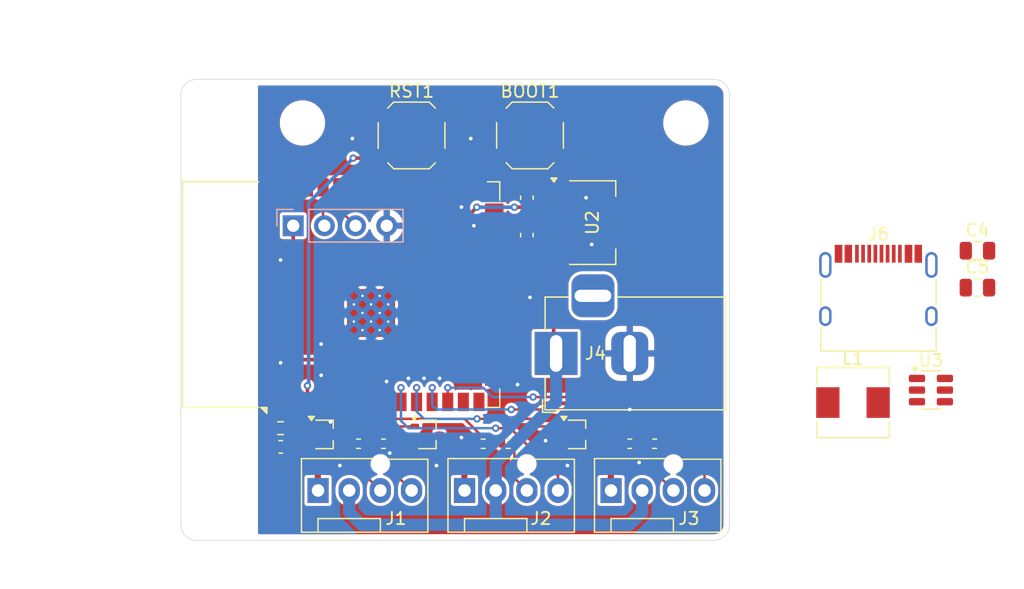
<source format=kicad_pcb>
(kicad_pcb (version 20240108) (generator "pcbnew") (generator_version "8.0")
  (layers (0 "F.Cu" signal) (31 "B.Cu" signal) (34 "B.Paste" user) (35 "F.Paste" user) (36 "B.SilkS" user "B.Silkscreen") (37 "F.SilkS" user "F.Silkscreen") (38 "B.Mask" user) (39 "F.Mask" user) (44 "Edge.Cuts" user))
  (net 0 "")
  (net 1 "fan1_PWM")
  (net 2 "GND")
  (net 3 "fan1_tach")
  (net 4 "fan2_PWM")
  (net 5 "fan2_tach")
  (net 6 "fan3_tach")
  (net 7 "fan3_PWM")
  (net 17 "Net-(U1-EN)")
  (net 18 "TX")
  (net 22 "Net-(U1-IO0)")
  (net 31 "fan3_tach_scaled")
  (net 32 "RX")
  (net 33 "+3V3")
  (net 34 "+12V")
  (net 35 "Net-(J1-Pin_1)")
  (net 36 "Net-(J2-Pin_1)")
  (net 37 "Net-(J3-Pin_1)")
  (net 38 "fan1_CTRL")
  (net 39 "fan2_CTRL")
  (net 40 "fan3_CTRL")
  (net 42 "fan2_tach_scaled")
  (net 43 "fan1_tach_scaled")
  (net 47 "+5V")
  (net 51 "Net-(J6-VBUS-PadA4)")
  (net 53 "Net-(J6-GND-PadA1)")
  (net 59 "Net-(D1-A)")
  (net 61 "Net-(U3-FB)")
  (footprint "MountingHole:MountingHole_3.2mm_M3" (layer "F.Cu") (at 152.145999 78.485999)
    (property "Reference" "REF**" (hide yes))
    (property "Value" "MountingHole_3.2mm_M3" (hide yes))
    (pad "" np_thru_hole circle (at 0 0) (size 3.2 3.2) (drill 3.2) (layers "F&B.Cu" "*.Mask"))
  )
  (footprint "Package_TO_SOT_SMD:SOT-323_SC-70" (layer "F.Cu") (at 143.256 103.886)
    (property "Reference" "Q3" (hide yes))
    (property "Value" "Q_NMOS_GSD" (hide yes))
    (fp_line (start -0.68 -1.16) (end 0.73 -1.16) (stroke (width 0.12)) (layer "F.SilkS"))
    (fp_line (start -0.68 1.16) (end 0.73 1.16) (stroke (width 0.12)) (layer "F.SilkS"))
    (fp_line (start 0.73 -1.16) (end 0.73 -0.5) (stroke (width 0.12)) (layer "F.SilkS"))
    (fp_line (start 0.73 0.5) (end 0.73 1.16) (stroke (width 0.12)) (layer "F.SilkS"))
    (fp_poly (pts (xy -1.05 -1.14) (xy -1.29 -1.47) (xy -0.81 -1.47) (xy -1.05 -1.14)) (stroke (width 0.12)) (fill solid) (layer "F.SilkS"))
    (pad "1" smd roundrect (at -1 -0.65 270) (size 0.45 0.7) (layers "F.Cu" "F.Paste" "F.Mask") (net 40 "fan3_CTRL"))
    (pad "2" smd roundrect (at -1 0.65 270) (size 0.45 0.7) (layers "F.Cu" "F.Paste" "F.Mask") (net 2 "GND"))
    (pad "3" smd roundrect (at 1 0 270) (size 0.45 0.7) (layers "F.Cu" "F.Paste" "F.Mask") (net 37 "Net-(J3-Pin_1)"))
  )
  (footprint "Package_TO_SOT_SMD:SOT-223-3_TabPin2" (layer "F.Cu") (at 144.525999 86.613999)
    (property "Reference" "U2" (at 0 0 90) (layer "F.SilkS"))
    (property "Value" "AMS1117-3.3")
    (fp_line (start -1.85 -3.41) (end 1.91 -3.41) (stroke (width 0.12)) (layer "F.SilkS"))
    (fp_line (start -1.85 3.41) (end 1.91 3.41) (stroke (width 0.12)) (layer "F.SilkS"))
    (fp_line (start 1.91 -3.41) (end 1.91 -2.15) (stroke (width 0.12)) (layer "F.SilkS"))
    (fp_line (start 1.91 3.41) (end 1.91 2.15) (stroke (width 0.12)) (layer "F.SilkS"))
    (fp_poly (pts (xy -3.13 -3.31) (xy -3.37 -3.64) (xy -2.89 -3.64) (xy -3.13 -3.31)) (stroke (width 0.12)) (fill solid) (layer "F.SilkS"))
    (pad "1" smd roundrect (at -3.15 -2.3) (size 2 1.5) (layers "F.Cu" "F.Paste" "F.Mask") (net 2 "GND"))
    (pad "2" smd roundrect (at -3.15 0) (size 2 1.5) (layers "F.Cu" "F.Paste" "F.Mask") (net 33 "+3V3"))
    (pad "2" smd roundrect (at 3.15 0) (size 2 3.8) (layers "F.Cu" "F.Paste" "F.Mask") (net 33 "+3V3"))
    (pad "3" smd roundrect (at -3.15 2.3) (size 2 1.5) (layers "F.Cu" "F.Paste" "F.Mask") (net 34 "+12V"))
  )
  (footprint "Resistor_SMD:R_0402_1005Metric" (layer "F.Cu") (at 137.668 104.648)
    (property "Reference" "R2" (hide yes))
    (property "Value" "10k")
    (fp_line (start -0.153641 -0.38) (end 0.153641 -0.38) (stroke (width 0.12)) (layer "F.SilkS"))
    (fp_line (start -0.153641 0.38) (end 0.153641 0.38) (stroke (width 0.12)) (layer "F.SilkS"))
    (pad "1" smd roundrect (at -0.51 0) (size 0.54 0.64) (layers "F.Cu" "F.Paste" "F.Mask") (net 42 "fan2_tach_scaled"))
    (pad "2" smd roundrect (at 0.51 0) (size 0.54 0.64) (layers "F.Cu" "F.Paste" "F.Mask") (net 5 "fan2_tach"))
  )
  (footprint "Connector:FanPinHeader_1x04_P2.54mm_Vertical" (layer "F.Cu") (at 134.111999 108.457999)
    (property "Reference" "J2" (at 6.223 2.286 0) (layer "F.SilkS"))
    (property "Value" "Conn_01x04_Pin")
    (fp_line (start -1.35 -2.6) (end 4.4 -2.6) (stroke (width 0.12)) (layer "F.SilkS"))
    (fp_line (start -1.35 3.4) (end -1.35 -2.6) (stroke (width 0.12)) (layer "F.SilkS"))
    (fp_line (start 0 2.29) (end 5.08 2.29) (stroke (width 0.12)) (layer "F.SilkS"))
    (fp_line (start 0 3.3) (end 0 2.29) (stroke (width 0.12)) (layer "F.SilkS"))
    (fp_line (start 5.08 2.29) (end 5.08 3.3) (stroke (width 0.12)) (layer "F.SilkS"))
    (fp_line (start 5.75 -2.55) (end 8.95 -2.55) (stroke (width 0.12)) (layer "F.SilkS"))
    (fp_line (start 8.95 -2.55) (end 8.95 3.4) (stroke (width 0.12)) (layer "F.SilkS"))
    (fp_line (start 8.95 3.4) (end -1.35 3.4) (stroke (width 0.12)) (layer "F.SilkS"))
    (pad "" np_thru_hole circle (at 5.08 -2.16 90) (size 1.1 1.1) (drill 1.1) (layers "F&B.Cu" "*.Mask"))
    (pad "1" thru_hole rect (at 0 0 90) (size 2.03 1.73) (drill 1.02) (layers "*.Cu" "*.Mask") (net 36 "Net-(J2-Pin_1)"))
    (pad "2" thru_hole oval (at 2.54 0 90) (size 2.03 1.73) (drill 1.02) (layers "*.Cu" "*.Mask") (net 34 "+12V"))
    (pad "3" thru_hole oval (at 5.08 0 90) (size 2.03 1.73) (drill 1.02) (layers "*.Cu" "*.Mask") (net 5 "fan2_tach"))
    (pad "4" thru_hole oval (at 7.62 0 90) (size 2.03 1.73) (drill 1.02) (layers "*.Cu" "*.Mask") (net 4 "fan2_PWM"))
  )
  (footprint "Capacitor_SMD:C_0603_1608Metric" (layer "F.Cu") (at 139.191999 84.581999 90)
    (property "Reference" "C2" (hide yes))
    (property "Value" "10u")
    (fp_line (start -0.14058 -0.51) (end 0.14058 -0.51) (stroke (width 0.12)) (layer "F.SilkS"))
    (fp_line (start -0.14058 0.51) (end 0.14058 0.51) (stroke (width 0.12)) (layer "F.SilkS"))
    (pad "1" smd roundrect (at -0.775 0 90) (size 0.9 0.95) (layers "F.Cu" "F.Paste" "F.Mask") (net 33 "+3V3"))
    (pad "2" smd roundrect (at 0.775 0 90) (size 0.9 0.95) (layers "F.Cu" "F.Paste" "F.Mask") (net 2 "GND"))
  )
  (footprint "Connector_USB:USB_C_Receptacle_HRO_TYPE-C-31-M-12" (layer "F.Cu") (at 167.8359 93.194)
    (property "Reference" "J6" (at 0 -5.645 0) (layer "F.SilkS"))
    (property "Value" "USB_C_Receptacle_USB2.0_16P")
    (fp_line (start -4.7 -1.9) (end -4.7 0.1) (stroke (width 0.12)) (layer "F.SilkS"))
    (fp_line (start -4.7 2) (end -4.7 3.9) (stroke (width 0.12)) (layer "F.SilkS"))
    (fp_line (start -4.7 3.9) (end 4.7 3.9) (stroke (width 0.12)) (layer "F.SilkS"))
    (fp_line (start 4.7 -1.9) (end 4.7 0.1) (stroke (width 0.12)) (layer "F.SilkS"))
    (fp_line (start 4.7 2) (end 4.7 3.9) (stroke (width 0.12)) (layer "F.SilkS"))
    (pad "" np_thru_hole circle (at -2.89 -2.6) (size 0.65 0.65) (drill 0.65) (layers "*.Cu" "*.Mask"))
    (pad "" np_thru_hole circle (at 2.89 -2.6) (size 0.65 0.65) (drill 0.65) (layers "*.Cu" "*.Mask"))
    (pad "A1" smd rect (at -3.25 -4.045) (size 0.6 1.45) (layers "F.Cu" "F.Paste" "F.Mask") (net 53 "Net-(J6-GND-PadA1)"))
    (pad "A4" smd rect (at -2.45 -4.045) (size 0.6 1.45) (layers "F.Cu" "F.Paste" "F.Mask") (net 51 "Net-(J6-VBUS-PadA4)"))
    (pad "A5" smd rect (at -1.25 -4.045) (size 0.3 1.45) (layers "F.Cu" "F.Paste" "F.Mask"))
    (pad "A6" smd rect (at -0.25 -4.045) (size 0.3 1.45) (layers "F.Cu" "F.Paste" "F.Mask"))
    (pad "A7" smd rect (at 0.25 -4.045) (size 0.3 1.45) (layers "F.Cu" "F.Paste" "F.Mask"))
    (pad "A8" smd rect (at 1.25 -4.045) (size 0.3 1.45) (layers "F.Cu" "F.Paste" "F.Mask"))
    (pad "A9" smd rect (at 2.45 -4.045) (size 0.6 1.45) (layers "F.Cu" "F.Paste" "F.Mask") (net 51 "Net-(J6-VBUS-PadA4)"))
    (pad "A12" smd rect (at 3.25 -4.045) (size 0.6 1.45) (layers "F.Cu" "F.Paste" "F.Mask") (net 53 "Net-(J6-GND-PadA1)"))
    (pad "B1" smd rect (at 3.25 -4.045) (size 0.6 1.45) (layers "F.Cu" "F.Paste" "F.Mask") (net 53 "Net-(J6-GND-PadA1)"))
    (pad "B4" smd rect (at 2.45 -4.045) (size 0.6 1.45) (layers "F.Cu" "F.Paste" "F.Mask") (net 51 "Net-(J6-VBUS-PadA4)"))
    (pad "B5" smd rect (at 1.75 -4.045) (size 0.3 1.45) (layers "F.Cu" "F.Paste" "F.Mask"))
    (pad "B6" smd rect (at 0.75 -4.045) (size 0.3 1.45) (layers "F.Cu" "F.Paste" "F.Mask"))
    (pad "B7" smd rect (at -0.75 -4.045) (size 0.3 1.45) (layers "F.Cu" "F.Paste" "F.Mask"))
    (pad "B8" smd rect (at -1.75 -4.045) (size 0.3 1.45) (layers "F.Cu" "F.Paste" "F.Mask"))
    (pad "B9" smd rect (at -2.45 -4.045) (size 0.6 1.45) (layers "F.Cu" "F.Paste" "F.Mask") (net 51 "Net-(J6-VBUS-PadA4)"))
    (pad "B12" smd rect (at -3.25 -4.045) (size 0.6 1.45) (layers "F.Cu" "F.Paste" "F.Mask") (net 53 "Net-(J6-GND-PadA1)"))
    (pad "S1" thru_hole oval (at -4.32 -3.13) (size 1 2.1) (drill oval 0.6 1.7) (layers "*.Cu" "*.Mask"))
    (pad "S1" thru_hole oval (at -4.32 1.05) (size 1 1.6) (drill oval 0.6 1.2) (layers "*.Cu" "*.Mask"))
    (pad "S1" thru_hole oval (at 4.32 -3.13) (size 1 2.1) (drill oval 0.6 1.7) (layers "*.Cu" "*.Mask"))
    (pad "S1" thru_hole oval (at 4.32 1.05) (size 1 1.6) (drill oval 0.6 1.2) (layers "*.Cu" "*.Mask"))
  )
  (footprint "Resistor_SMD:R_0402_1005Metric" (layer "F.Cu") (at 135.636 104.648)
    (property "Reference" "R3" (hide yes))
    (property "Value" "3k3")
    (fp_line (start -0.153641 -0.38) (end 0.153641 -0.38) (stroke (width 0.12)) (layer "F.SilkS"))
    (fp_line (start -0.153641 0.38) (end 0.153641 0.38) (stroke (width 0.12)) (layer "F.SilkS"))
    (pad "1" smd roundrect (at -0.51 0) (size 0.54 0.64) (layers "F.Cu" "F.Paste" "F.Mask") (net 2 "GND"))
    (pad "2" smd roundrect (at 0.51 0) (size 0.54 0.64) (layers "F.Cu" "F.Paste" "F.Mask") (net 42 "fan2_tach_scaled"))
  )
  (footprint "Inductor_SMD:L_Chilisin_BMRB00050518-B" (layer "F.Cu") (at 165.7659 101.289)
    (property "Reference" "L1" (at 0 -3.6 0) (layer "F.SilkS"))
    (property "Value" "L")
    (fp_line (start -2.96 -2.86) (end -2.96 -1.51) (stroke (width 0.12)) (layer "F.SilkS"))
    (fp_line (start -2.96 -2.86) (end 2.96 -2.86) (stroke (width 0.12)) (layer "F.SilkS"))
    (fp_line (start -2.96 2.86) (end -2.96 1.51) (stroke (width 0.12)) (layer "F.SilkS"))
    (fp_line (start -2.96 2.86) (end 2.96 2.86) (stroke (width 0.12)) (layer "F.SilkS"))
    (fp_line (start 2.96 -2.86) (end 2.96 -1.51) (stroke (width 0.12)) (layer "F.SilkS"))
    (fp_line (start 2.96 2.86) (end 2.96 1.51) (stroke (width 0.12)) (layer "F.SilkS"))
    (pad "1" smd rect (at -2.05 0) (size 1.9 2.5) (layers "F.Cu" "F.Paste" "F.Mask") (net 47 "+5V"))
    (pad "2" smd rect (at 2.05 0) (size 1.9 2.5) (layers "F.Cu" "F.Paste" "F.Mask") (net 59 "Net-(D1-A)"))
  )
  (footprint "Connector:FanPinHeader_1x04_P2.54mm_Vertical" (layer "F.Cu") (at 146.049999 108.457999)
    (property "Reference" "J3" (at 6.35 2.286 0) (layer "F.SilkS"))
    (property "Value" "Conn_01x04_Pin")
    (fp_line (start -1.35 -2.6) (end 4.4 -2.6) (stroke (width 0.12)) (layer "F.SilkS"))
    (fp_line (start -1.35 3.4) (end -1.35 -2.6) (stroke (width 0.12)) (layer "F.SilkS"))
    (fp_line (start 0 2.29) (end 5.08 2.29) (stroke (width 0.12)) (layer "F.SilkS"))
    (fp_line (start 0 3.3) (end 0 2.29) (stroke (width 0.12)) (layer "F.SilkS"))
    (fp_line (start 5.08 2.29) (end 5.08 3.3) (stroke (width 0.12)) (layer "F.SilkS"))
    (fp_line (start 5.75 -2.55) (end 8.95 -2.55) (stroke (width 0.12)) (layer "F.SilkS"))
    (fp_line (start 8.95 -2.55) (end 8.95 3.4) (stroke (width 0.12)) (layer "F.SilkS"))
    (fp_line (start 8.95 3.4) (end -1.35 3.4) (stroke (width 0.12)) (layer "F.SilkS"))
    (pad "" np_thru_hole circle (at 5.08 -2.16 90) (size 1.1 1.1) (drill 1.1) (layers "F&B.Cu" "*.Mask"))
    (pad "1" thru_hole rect (at 0 0 90) (size 2.03 1.73) (drill 1.02) (layers "*.Cu" "*.Mask") (net 37 "Net-(J3-Pin_1)"))
    (pad "2" thru_hole oval (at 2.54 0 90) (size 2.03 1.73) (drill 1.02) (layers "*.Cu" "*.Mask") (net 34 "+12V"))
    (pad "3" thru_hole oval (at 5.08 0 90) (size 2.03 1.73) (drill 1.02) (layers "*.Cu" "*.Mask") (net 6 "fan3_tach"))
    (pad "4" thru_hole oval (at 7.62 0 90) (size 2.03 1.73) (drill 1.02) (layers "*.Cu" "*.Mask") (net 7 "fan3_PWM"))
  )
  (footprint "Resistor_SMD:R_0402_1005Metric" (layer "F.Cu") (at 147.574 104.648)
    (property "Reference" "R7" (hide yes))
    (property "Value" "3k3")
    (fp_line (start -0.153641 -0.38) (end 0.153641 -0.38) (stroke (width 0.12)) (layer "F.SilkS"))
    (fp_line (start -0.153641 0.38) (end 0.153641 0.38) (stroke (width 0.12)) (layer "F.SilkS"))
    (pad "1" smd roundrect (at -0.51 0) (size 0.54 0.64) (layers "F.Cu" "F.Paste" "F.Mask") (net 2 "GND"))
    (pad "2" smd roundrect (at 0.51 0) (size 0.54 0.64) (layers "F.Cu" "F.Paste" "F.Mask") (net 31 "fan3_tach_scaled"))
  )
  (footprint "Resistor_SMD:R_0402_1005Metric" (layer "F.Cu") (at 149.606 104.648)
    (property "Reference" "R6" (hide yes))
    (property "Value" "10k")
    (fp_line (start -0.153641 -0.38) (end 0.153641 -0.38) (stroke (width 0.12)) (layer "F.SilkS"))
    (fp_line (start -0.153641 0.38) (end 0.153641 0.38) (stroke (width 0.12)) (layer "F.SilkS"))
    (pad "1" smd roundrect (at -0.51 0) (size 0.54 0.64) (layers "F.Cu" "F.Paste" "F.Mask") (net 31 "fan3_tach_scaled"))
    (pad "2" smd roundrect (at 0.51 0) (size 0.54 0.64) (layers "F.Cu" "F.Paste" "F.Mask") (net 6 "fan3_tach"))
  )
  (footprint "Package_TO_SOT_SMD:SOT-23-6" (layer "F.Cu") (at 172.1159 100.269)
    (property "Reference" "U3" (at 0 -2.4 0) (layer "F.SilkS"))
    (property "Value" "MT3608")
    (fp_line (start 0 -1.56) (end -0.8 -1.56) (stroke (width 0.12)) (layer "F.SilkS"))
    (fp_line (start 0 -1.56) (end 0.8 -1.56) (stroke (width 0.12)) (layer "F.SilkS"))
    (fp_line (start 0 1.56) (end -0.8 1.56) (stroke (width 0.12)) (layer "F.SilkS"))
    (fp_line (start 0 1.56) (end 0.8 1.56) (stroke (width 0.12)) (layer "F.SilkS"))
    (fp_poly (pts (xy -1.3 -1.51) (xy -1.54 -1.84) (xy -1.06 -1.84) (xy -1.3 -1.51)) (stroke (width 0.12)) (fill solid) (layer "F.SilkS"))
    (pad "1" smd roundrect (at -1.1375 -0.95) (size 1.325 0.6) (layers "F.Cu" "F.Paste" "F.Mask") (net 59 "Net-(D1-A)"))
    (pad "2" smd roundrect (at -1.1375 0) (size 1.325 0.6) (layers "F.Cu" "F.Paste" "F.Mask") (net 2 "GND"))
    (pad "3" smd roundrect (at -1.1375 0.95) (size 1.325 0.6) (layers "F.Cu" "F.Paste" "F.Mask") (net 61 "Net-(U3-FB)"))
    (pad "4" smd roundrect (at 1.1375 0.95) (size 1.325 0.6) (layers "F.Cu" "F.Paste" "F.Mask") (net 47 "+5V"))
    (pad "5" smd roundrect (at 1.1375 0) (size 1.325 0.6) (layers "F.Cu" "F.Paste" "F.Mask") (net 47 "+5V"))
    (pad "6" smd roundrect (at 1.1375 -0.95) (size 1.325 0.6) (layers "F.Cu" "F.Paste" "F.Mask"))
  )
  (footprint "RF_Module:ESP32-S3-WROOM-1" (layer "F.Cu") (at 124.034999 92.482999 90)
    (property "Reference" "U1" (hide yes))
    (property "Value" "ESP32-S3-WROOM-1")
    (fp_line (start 9.2 -12.9) (end 9.2 -6.7) (stroke (width 0.12)) (layer "F.SilkS"))
    (fp_line (start -9.2 -12.9) (end 9.2 -12.9) (stroke (width 0.12)) (layer "F.SilkS"))
    (fp_line (start -9.2 -12.9) (end -9.2 -6.7) (stroke (width 0.12)) (layer "F.SilkS"))
    (fp_line (start -9.2 11.95) (end -9.2 12.95) (stroke (width 0.12)) (layer "F.SilkS"))
    (fp_line (start 9.2 12.95) (end 9.2 11.95) (stroke (width 0.12)) (layer "F.SilkS"))
    (fp_line (start 9.2 12.95) (end 7.7 12.95) (stroke (width 0.12)) (layer "F.SilkS"))
    (fp_line (start -9.2 12.95) (end -7.7 12.95) (stroke (width 0.12)) (layer "F.SilkS"))
    (fp_poly (pts (xy -9.2 -6.025) (xy -9.7 -6.025) (xy -9.2 -6.525) (xy -9.2 -6.025)) (stroke (width 0.12)) (fill solid) (layer "F.SilkS"))
    (pad "1" smd rect (at -8.75 -5.26 90) (size 1.5 0.9) (layers "F.Cu" "F.Paste" "F.Mask") (net 2 "GND"))
    (pad "2" smd rect (at -8.75 -3.99 90) (size 1.5 0.9) (layers "F.Cu" "F.Paste" "F.Mask") (net 33 "+3V3"))
    (pad "3" smd rect (at -8.75 -2.72 90) (size 1.5 0.9) (layers "F.Cu" "F.Paste" "F.Mask") (net 17 "Net-(U1-EN)"))
    (pad "4" smd rect (at -8.75 -1.45 90) (size 1.5 0.9) (layers "F.Cu" "F.Paste" "F.Mask") (net 38 "fan1_CTRL"))
    (pad "5" smd rect (at -8.75 -0.18 90) (size 1.5 0.9) (layers "F.Cu" "F.Paste" "F.Mask") (net 43 "fan1_tach_scaled"))
    (pad "6" smd rect (at -8.75 1.09 90) (size 1.5 0.9) (layers "F.Cu" "F.Paste" "F.Mask") (net 1 "fan1_PWM"))
    (pad "7" smd rect (at -8.75 2.36 90) (size 1.5 0.9) (layers "F.Cu" "F.Paste" "F.Mask") (net 39 "fan2_CTRL"))
    (pad "8" smd rect (at -8.75 3.63 90) (size 1.5 0.9) (layers "F.Cu" "F.Paste" "F.Mask") (net 42 "fan2_tach_scaled"))
    (pad "9" smd rect (at -8.75 4.9 90) (size 1.5 0.9) (layers "F.Cu" "F.Paste" "F.Mask") (net 4 "fan2_PWM"))
    (pad "10" smd rect (at -8.75 6.17 90) (size 1.5 0.9) (layers "F.Cu" "F.Paste" "F.Mask") (net 40 "fan3_CTRL"))
    (pad "11" smd rect (at -8.75 7.44 90) (size 1.5 0.9) (layers "F.Cu" "F.Paste" "F.Mask") (net 31 "fan3_tach_scaled"))
    (pad "12" smd rect (at -8.75 8.71 90) (size 1.5 0.9) (layers "F.Cu" "F.Paste" "F.Mask") (net 7 "fan3_PWM"))
    (pad "13" smd rect (at -8.75 9.98 90) (size 1.5 0.9) (layers "F.Cu" "F.Paste" "F.Mask"))
    (pad "14" smd rect (at -8.75 11.25 270) (size 1.5 0.9) (layers "F.Cu" "F.Paste" "F.Mask"))
    (pad "15" smd rect (at -6.985 12.5) (size 1.5 0.9) (layers "F.Cu" "F.Paste" "F.Mask"))
    (pad "16" smd rect (at -5.715 12.5) (size 1.5 0.9) (layers "F.Cu" "F.Paste" "F.Mask"))
    (pad "17" smd rect (at -4.445 12.5) (size 1.5 0.9) (layers "F.Cu" "F.Paste" "F.Mask"))
    (pad "18" smd rect (at -3.175 12.5) (size 1.5 0.9) (layers "F.Cu" "F.Paste" "F.Mask"))
    (pad "19" smd rect (at -1.905 12.5) (size 1.5 0.9) (layers "F.Cu" "F.Paste" "F.Mask"))
    (pad "20" smd rect (at -0.635 12.5) (size 1.5 0.9) (layers "F.Cu" "F.Paste" "F.Mask"))
    (pad "21" smd rect (at 0.635 12.5) (size 1.5 0.9) (layers "F.Cu" "F.Paste" "F.Mask"))
    (pad "22" smd rect (at 1.905 12.5) (size 1.5 0.9) (layers "F.Cu" "F.Paste" "F.Mask"))
    (pad "23" smd rect (at 3.175 12.5) (size 1.5 0.9) (layers "F.Cu" "F.Paste" "F.Mask"))
    (pad "24" smd rect (at 4.445 12.5) (size 1.5 0.9) (layers "F.Cu" "F.Paste" "F.Mask"))
    (pad "25" smd rect (at 5.715 12.5) (size 1.5 0.9) (layers "F.Cu" "F.Paste" "F.Mask"))
    (pad "26" smd rect (at 6.985 12.5) (size 1.5 0.9) (layers "F.Cu" "F.Paste" "F.Mask"))
    (pad "27" smd rect (at 8.75 11.25 90) (size 1.5 0.9) (layers "F.Cu" "F.Paste" "F.Mask") (net 22 "Net-(U1-IO0)"))
    (pad "28" smd rect (at 8.75 9.98 90) (size 1.5 0.9) (layers "F.Cu" "F.Paste" "F.Mask"))
    (pad "29" smd rect (at 8.75 8.71 90) (size 1.5 0.9) (layers "F.Cu" "F.Paste" "F.Mask"))
    (pad "30" smd rect (at 8.75 7.44 90) (size 1.5 0.9) (layers "F.Cu" "F.Paste" "F.Mask"))
    (pad "31" smd rect (at 8.75 6.17 90) (size 1.5 0.9) (layers "F.Cu" "F.Paste" "F.Mask"))
    (pad "32" smd rect (at 8.75 4.9 90) (size 1.5 0.9) (layers "F.Cu" "F.Paste" "F.Mask"))
    (pad "33" smd rect (at 8.75 3.63 90) (size 1.5 0.9) (layers "F.Cu" "F.Paste" "F.Mask"))
    (pad "34" smd rect (at 8.75 2.36 90) (size 1.5 0.9) (layers "F.Cu" "F.Paste" "F.Mask"))
    (pad "35" smd rect (at 8.75 1.09 90) (size 1.5 0.9) (layers "F.Cu" "F.Paste" "F.Mask"))
    (pad "36" smd rect (at 8.75 -0.18 90) (size 1.5 0.9) (layers "F.Cu" "F.Paste" "F.Mask") (net 32 "RX"))
    (pad "37" smd rect (at 8.75 -1.45 90) (size 1.5 0.9) (layers "F.Cu" "F.Paste" "F.Mask") (net 18 "TX"))
    (pad "38" smd rect (at 8.75 -2.72 90) (size 1.5 0.9) (layers "F.Cu" "F.Paste" "F.Mask"))
    (pad "39" smd rect (at 8.75 -3.99 90) (size 1.5 0.9) (layers "F.Cu" "F.Paste" "F.Mask"))
    (pad "40" smd rect (at 8.75 -5.26 90) (size 1.5 0.9) (layers "F.Cu" "F.Paste" "F.Mask") (net 2 "GND"))
    (pad "41" thru_hole circle (at -2.9 1.76 180) (size 0.6 0.6) (drill 0.2) (property pad_prop_heatsink) (layers "*.Cu" "F.Mask") (net 2 "GND"))
    (pad "41" thru_hole circle (at -2.9 3.16 90) (size 0.6 0.6) (drill 0.2) (property pad_prop_heatsink) (layers "*.Cu" "F.Mask") (net 2 "GND"))
    (pad "41" thru_hole circle (at -2.2 1.06 90) (size 0.6 0.6) (drill 0.2) (property pad_prop_heatsink) (layers "*.Cu" "F.Mask") (net 2 "GND"))
    (pad "41" thru_hole circle (at -2.2 2.46 90) (size 0.6 0.6) (drill 0.2) (property pad_prop_heatsink) (layers "*.Cu" "F.Mask") (net 2 "GND"))
    (pad "41" thru_hole circle (at -2.2 3.86 90) (size 0.6 0.6) (drill 0.2) (property pad_prop_heatsink) (layers "*.Cu" "F.Mask") (net 2 "GND"))
    (pad "41" thru_hole circle (at -1.5 1.76 90) (size 0.6 0.6) (drill 0.2) (property pad_prop_heatsink) (layers "*.Cu" "F.Mask") (net 2 "GND"))
    (pad "41" smd rect (at -1.5 2.46) (size 3.9 3.9) (layers "F.Cu" "F.Mask") (net 2 "GND"))
    (pad "41" thru_hole circle (at -1.5 3.16 90) (size 0.6 0.6) (drill 0.2) (property pad_prop_heatsink) (layers "*.Cu" "F.Mask") (net 2 "GND"))
    (pad "41" thru_hole circle (at -0.8 1.06 90) (size 0.6 0.6) (drill 0.2) (property pad_prop_heatsink) (layers "*.Cu" "F.Mask") (net 2 "GND"))
    (pad "41" thru_hole circle (at -0.8 2.46 90) (size 0.6 0.6) (drill 0.2) (property pad_prop_heatsink) (layers "*.Cu" "F.Mask") (net 2 "GND"))
    (pad "41" thru_hole circle (at -0.8 3.86 90) (size 0.6 0.6) (drill 0.2) (property pad_prop_heatsink) (layers "*.Cu" "F.Mask") (net 2 "GND"))
    (pad "41" thru_hole circle (at -0.1 1.76 90) (size 0.6 0.6) (drill 0.2) (property pad_prop_heatsink) (layers "*.Cu" "F.Mask") (net 2 "GND"))
    (pad "41" thru_hole circle (at -0.1 3.16 90) (size 0.6 0.6) (drill 0.2) (property pad_prop_heatsink) (layers "*.Cu" "F.Mask") (net 2 "GND"))
    (zone (net 0) (net_name "") (layers "F&B.Cu") (connect_pads (clearance 0)) (min_thickness 0.254)
      (keepout (tracks not_allowed) (vias not_allowed) (pads not_allowed) (copperpour not_allowed) (footprints not_allowed))
      (fill (thermal_gap 0.508) (thermal_bridge_width 0.508))
      (polygon (pts (xy 117.284999 116.482999) (xy 117.284999 68.482999) (xy 96.284999 68.482999) (xy 96.284999 116.482999)))
    )
  )
  (footprint "Capacitor_SMD:C_0805_2012Metric" (layer "F.Cu") (at 175.9059 91.914)
    (property "Reference" "C5" (at 0 -1.68 0) (layer "F.SilkS"))
    (property "Value" "22u")
    (fp_line (start -0.261252 -0.735) (end 0.261252 -0.735) (stroke (width 0.12)) (layer "F.SilkS"))
    (fp_line (start -0.261252 0.735) (end 0.261252 0.735) (stroke (width 0.12)) (layer "F.SilkS"))
    (pad "1" smd roundrect (at -0.95 0) (size 1 1.45) (layers "F.Cu" "F.Paste" "F.Mask") (net 34 "+12V"))
    (pad "2" smd roundrect (at 0.95 0) (size 1 1.45) (layers "F.Cu" "F.Paste" "F.Mask") (net 2 "GND"))
  )
  (footprint "MountingHole:MountingHole_3.2mm_M3" (layer "F.Cu") (at 120.903999 78.485999)
    (property "Reference" "REF**" (hide yes))
    (property "Value" "MountingHole_3.2mm_M3" (hide yes))
    (pad "" np_thru_hole circle (at 0 0) (size 3.2 3.2) (drill 3.2) (layers "F&B.Cu" "*.Mask"))
  )
  (footprint "Package_TO_SOT_SMD:SOT-323_SC-70" (layer "F.Cu") (at 131.064 103.886)
    (property "Reference" "Q2" (hide yes))
    (property "Value" "Q_NMOS_GSD" (hide yes))
    (fp_line (start -0.68 -1.16) (end 0.73 -1.16) (stroke (width 0.12)) (layer "F.SilkS"))
    (fp_line (start -0.68 1.16) (end 0.73 1.16) (stroke (width 0.12)) (layer "F.SilkS"))
    (fp_line (start 0.73 -1.16) (end 0.73 -0.5) (stroke (width 0.12)) (layer "F.SilkS"))
    (fp_line (start 0.73 0.5) (end 0.73 1.16) (stroke (width 0.12)) (layer "F.SilkS"))
    (fp_poly (pts (xy -1.05 -1.14) (xy -1.29 -1.47) (xy -0.81 -1.47) (xy -1.05 -1.14)) (stroke (width 0.12)) (fill solid) (layer "F.SilkS"))
    (pad "1" smd roundrect (at -1 -0.65 270) (size 0.45 0.7) (layers "F.Cu" "F.Paste" "F.Mask") (net 39 "fan2_CTRL"))
    (pad "2" smd roundrect (at -1 0.65 270) (size 0.45 0.7) (layers "F.Cu" "F.Paste" "F.Mask") (net 2 "GND"))
    (pad "3" smd roundrect (at 1 0 270) (size 0.45 0.7) (layers "F.Cu" "F.Paste" "F.Mask") (net 36 "Net-(J2-Pin_1)"))
  )
  (footprint "Capacitor_SMD:C_0603_1608Metric" (layer "F.Cu") (at 139.191999 87.629999 90)
    (property "Reference" "C1" (hide yes))
    (property "Value" "10u")
    (fp_line (start -0.14058 -0.51) (end 0.14058 -0.51) (stroke (width 0.12)) (layer "F.SilkS"))
    (fp_line (start -0.14058 0.51) (end 0.14058 0.51) (stroke (width 0.12)) (layer "F.SilkS"))
    (pad "1" smd roundrect (at -0.775 0 90) (size 0.9 0.95) (layers "F.Cu" "F.Paste" "F.Mask") (net 34 "+12V"))
    (pad "2" smd roundrect (at 0.775 0 90) (size 0.9 0.95) (layers "F.Cu" "F.Paste" "F.Mask") (net 2 "GND"))
  )
  (footprint "Resistor_SMD:R_0402_1005Metric" (layer "F.Cu") (at 127.508 104.648 180)
    (property "Reference" "R5" (hide yes))
    (property "Value" "3k3")
    (fp_line (start -0.153641 0.38) (end 0.153641 0.38) (stroke (width 0.12)) (layer "F.SilkS"))
    (fp_line (start -0.153641 -0.38) (end 0.153641 -0.38) (stroke (width 0.12)) (layer "F.SilkS"))
    (pad "1" smd roundrect (at -0.51 0 180) (size 0.54 0.64) (layers "F.Cu" "F.Paste" "F.Mask") (net 2 "GND"))
    (pad "2" smd roundrect (at 0.51 0 180) (size 0.54 0.64) (layers "F.Cu" "F.Paste" "F.Mask") (net 43 "fan1_tach_scaled"))
  )
  (footprint "Resistor_SMD:R_0402_1005Metric" (layer "F.Cu") (at 125.476 104.648 180)
    (property "Reference" "R4" (hide yes))
    (property "Value" "10k")
    (fp_line (start -0.153641 0.38) (end 0.153641 0.38) (stroke (width 0.12)) (layer "F.SilkS"))
    (fp_line (start -0.153641 -0.38) (end 0.153641 -0.38) (stroke (width 0.12)) (layer "F.SilkS"))
    (pad "1" smd roundrect (at -0.51 0 180) (size 0.54 0.64) (layers "F.Cu" "F.Paste" "F.Mask") (net 43 "fan1_tach_scaled"))
    (pad "2" smd roundrect (at 0.51 0 180) (size 0.54 0.64) (layers "F.Cu" "F.Paste" "F.Mask") (net 3 "fan1_tach"))
  )
  (footprint "Button_Switch_SMD:SW_SPST_SKQG_WithStem" (layer "F.Cu") (at 139.445999 79.501999)
    (property "Reference" "BOOT1" (at 0 -3.6 0) (layer "F.SilkS"))
    (property "Value" "SW_Push")
    (fp_line (start -2.72 1.04) (end -2.72 -1.04) (stroke (width 0.12)) (layer "F.SilkS"))
    (fp_line (start -1.45 -2.72) (end -1.94 -2.23) (stroke (width 0.12)) (layer "F.SilkS"))
    (fp_line (start -1.45 -2.72) (end 1.45 -2.72) (stroke (width 0.12)) (layer "F.SilkS"))
    (fp_line (start -1.45 2.72) (end -1.94 2.23) (stroke (width 0.12)) (layer "F.SilkS"))
    (fp_line (start -1.45 2.72) (end 1.45 2.72) (stroke (width 0.12)) (layer "F.SilkS"))
    (fp_line (start 1.45 -2.72) (end 1.94 -2.23) (stroke (width 0.12)) (layer "F.SilkS"))
    (fp_line (start 1.45 2.72) (end 1.94 2.23) (stroke (width 0.12)) (layer "F.SilkS"))
    (fp_line (start 2.72 1.04) (end 2.72 -1.04) (stroke (width 0.12)) (layer "F.SilkS"))
    (pad "1" smd rect (at -3.1 -1.85) (size 1.8 1.1) (layers "F.Cu" "F.Paste" "F.Mask") (net 2 "GND"))
    (pad "1" smd rect (at 3.1 -1.85) (size 1.8 1.1) (layers "F.Cu" "F.Paste" "F.Mask") (net 2 "GND"))
    (pad "2" smd rect (at -3.1 1.85) (size 1.8 1.1) (layers "F.Cu" "F.Paste" "F.Mask") (net 22 "Net-(U1-IO0)"))
    (pad "2" smd rect (at 3.1 1.85) (size 1.8 1.1) (layers "F.Cu" "F.Paste" "F.Mask") (net 22 "Net-(U1-IO0)"))
    (zone (net 0) (net_name "") (layer "F.Cu") (connect_pads (clearance 0)) (min_thickness 0.254)
      (keepout (tracks not_allowed) (vias not_allowed) (pads not_allowed) (copperpour not_allowed) (footprints not_allowed))
      (fill (thermal_gap 0.508) (thermal_bridge_width 0.508))
      (polygon (pts (xy 135.445999 78.201999) (xy 138.445999 78.201999) (xy 138.445999 80.801999) (xy 135.445999 80.801999)))
    )
    (zone (net 0) (net_name "") (layer "F.Cu") (connect_pads (clearance 0)) (min_thickness 0.254)
      (keepout (tracks not_allowed) (vias not_allowed) (pads not_allowed) (copperpour not_allowed) (footprints not_allowed))
      (fill (thermal_gap 0.508) (thermal_bridge_width 0.508))
      (polygon (pts (xy 140.445999 78.201999) (xy 143.445999 78.201999) (xy 143.445999 80.801999) (xy 140.445999 80.801999)))
    )
  )
  (footprint "Connector:FanPinHeader_1x04_P2.54mm_Vertical" (layer "F.Cu") (at 122.173999 108.457999)
    (property "Reference" "J1" (at 6.35 2.286 0) (layer "F.SilkS"))
    (property "Value" "Conn_01x04_Pin")
    (fp_line (start -1.35 -2.6) (end 4.4 -2.6) (stroke (width 0.12)) (layer "F.SilkS"))
    (fp_line (start -1.35 3.4) (end -1.35 -2.6) (stroke (width 0.12)) (layer "F.SilkS"))
    (fp_line (start 0 2.29) (end 5.08 2.29) (stroke (width 0.12)) (layer "F.SilkS"))
    (fp_line (start 0 3.3) (end 0 2.29) (stroke (width 0.12)) (layer "F.SilkS"))
    (fp_line (start 5.08 2.29) (end 5.08 3.3) (stroke (width 0.12)) (layer "F.SilkS"))
    (fp_line (start 5.75 -2.55) (end 8.95 -2.55) (stroke (width 0.12)) (layer "F.SilkS"))
    (fp_line (start 8.95 -2.55) (end 8.95 3.4) (stroke (width 0.12)) (layer "F.SilkS"))
    (fp_line (start 8.95 3.4) (end -1.35 3.4) (stroke (width 0.12)) (layer "F.SilkS"))
    (pad "" np_thru_hole circle (at 5.08 -2.16 90) (size 1.1 1.1) (drill 1.1) (layers "F&B.Cu" "*.Mask"))
    (pad "1" thru_hole rect (at 0 0 90) (size 2.03 1.73) (drill 1.02) (layers "*.Cu" "*.Mask") (net 35 "Net-(J1-Pin_1)"))
    (pad "2" thru_hole oval (at 2.54 0 90) (size 2.03 1.73) (drill 1.02) (layers "*.Cu" "*.Mask") (net 34 "+12V"))
    (pad "3" thru_hole oval (at 5.08 0 90) (size 2.03 1.73) (drill 1.02) (layers "*.Cu" "*.Mask") (net 3 "fan1_tach"))
    (pad "4" thru_hole oval (at 7.62 0 90) (size 2.03 1.73) (drill 1.02) (layers "*.Cu" "*.Mask") (net 1 "fan1_PWM"))
  )
  (footprint "Capacitor_SMD:C_0805_2012Metric" (layer "F.Cu") (at 175.9059 88.904)
    (property "Reference" "C4" (at 0 -1.68 0) (layer "F.SilkS"))
    (property "Value" "22u")
    (fp_line (start -0.261252 -0.735) (end 0.261252 -0.735) (stroke (width 0.12)) (layer "F.SilkS"))
    (fp_line (start -0.261252 0.735) (end 0.261252 0.735) (stroke (width 0.12)) (layer "F.SilkS"))
    (pad "1" smd roundrect (at -0.95 0) (size 1 1.45) (layers "F.Cu" "F.Paste" "F.Mask") (net 47 "+5V"))
    (pad "2" smd roundrect (at 0.95 0) (size 1 1.45) (layers "F.Cu" "F.Paste" "F.Mask") (net 2 "GND"))
  )
  (footprint "Connector_BarrelJack:BarrelJack_Horizontal" (layer "F.Cu") (at 141.573999 97.281999 180)
    (property "Reference" "J4" (at -3.206 0 0) (layer "F.SilkS"))
    (property "Value" "12v")
    (fp_line (start 1.1 -3.75) (end 1.1 -4.8) (stroke (width 0.12)) (layer "F.SilkS"))
    (fp_line (start 0.9 4.6) (end -1 4.6) (stroke (width 0.12)) (layer "F.SilkS"))
    (fp_line (start 0.9 1.9) (end 0.9 4.6) (stroke (width 0.12)) (layer "F.SilkS"))
    (fp_line (start 0.9 -4.6) (end 0.9 -2) (stroke (width 0.12)) (layer "F.SilkS"))
    (fp_line (start 0.05 -4.8) (end 1.1 -4.8) (stroke (width 0.12)) (layer "F.SilkS"))
    (fp_line (start -5 4.6) (end -13.8 4.6) (stroke (width 0.12)) (layer "F.SilkS"))
    (fp_line (start -13.8 4.6) (end -13.8 -4.6) (stroke (width 0.12)) (layer "F.SilkS"))
    (fp_line (start -13.8 -4.6) (end 0.9 -4.6) (stroke (width 0.12)) (layer "F.SilkS"))
    (pad "1" thru_hole rect (at 0 0 180) (size 3.5 3.5) (drill oval 1 3) (layers "*.Cu" "*.Mask") (net 34 "+12V"))
    (pad "2" thru_hole roundrect (at -6 0 180) (size 3 3.5) (drill oval 1 3) (layers "*.Cu" "*.Mask") (net 2 "GND"))
    (pad "3" thru_hole roundrect (at -3 4.7 180) (size 3.5 3.5) (drill oval 3 1) (layers "*.Cu" "*.Mask"))
  )
  (footprint "Package_TO_SOT_SMD:SOT-323_SC-70" (layer "F.Cu") (at 122.681999 103.885999)
    (property "Reference" "Q1" (hide yes))
    (property "Value" "Q_NMOS_GSD" (hide yes))
    (fp_line (start -0.68 -1.16) (end 0.73 -1.16) (stroke (width 0.12)) (layer "F.SilkS"))
    (fp_line (start -0.68 1.16) (end 0.73 1.16) (stroke (width 0.12)) (layer "F.SilkS"))
    (fp_line (start 0.73 -1.16) (end 0.73 -0.5) (stroke (width 0.12)) (layer "F.SilkS"))
    (fp_line (start 0.73 0.5) (end 0.73 1.16) (stroke (width 0.12)) (layer "F.SilkS"))
    (fp_poly (pts (xy -1.05 -1.14) (xy -1.29 -1.47) (xy -0.81 -1.47) (xy -1.05 -1.14)) (stroke (width 0.12)) (fill solid) (layer "F.SilkS"))
    (pad "1" smd roundrect (at -1 -0.65 270) (size 0.45 0.7) (layers "F.Cu" "F.Paste" "F.Mask") (net 38 "fan1_CTRL"))
    (pad "2" smd roundrect (at -1 0.65 270) (size 0.45 0.7) (layers "F.Cu" "F.Paste" "F.Mask") (net 2 "GND"))
    (pad "3" smd roundrect (at 1 0 270) (size 0.45 0.7) (layers "F.Cu" "F.Paste" "F.Mask") (net 35 "Net-(J1-Pin_1)"))
  )
  (footprint "Resistor_SMD:R_0603_1608Metric" (layer "F.Cu") (at 119.125999 103.377999 180)
    (property "Reference" "R1" (hide yes))
    (property "Value" "10k")
    (fp_line (start -0.237258 0.5225) (end 0.237258 0.5225) (stroke (width 0.12)) (layer "F.SilkS"))
    (fp_line (start -0.237258 -0.5225) (end 0.237258 -0.5225) (stroke (width 0.12)) (layer "F.SilkS"))
    (pad "1" smd roundrect (at -0.825 0 180) (size 0.8 0.95) (layers "F.Cu" "F.Paste" "F.Mask") (net 17 "Net-(U1-EN)"))
    (pad "2" smd roundrect (at 0.825 0 180) (size 0.8 0.95) (layers "F.Cu" "F.Paste" "F.Mask") (net 33 "+3V3"))
  )
  (footprint "Capacitor_SMD:C_0603_1608Metric" (layer "F.Cu") (at 119.139 104.902)
    (property "Reference" "C3" (hide yes))
    (property "Value" "10u")
    (fp_line (start -0.14058 -0.51) (end 0.14058 -0.51) (stroke (width 0.12)) (layer "F.SilkS"))
    (fp_line (start -0.14058 0.51) (end 0.14058 0.51) (stroke (width 0.12)) (layer "F.SilkS"))
    (pad "1" smd roundrect (at -0.775 0) (size 0.9 0.95) (layers "F.Cu" "F.Paste" "F.Mask") (net 33 "+3V3"))
    (pad "2" smd roundrect (at 0.775 0) (size 0.9 0.95) (layers "F.Cu" "F.Paste" "F.Mask") (net 2 "GND"))
  )
  (footprint "Button_Switch_SMD:SW_SPST_SKQG_WithStem" (layer "F.Cu") (at 129.793999 79.501999)
    (property "Reference" "RST1" (at 0 -3.6 0) (layer "F.SilkS"))
    (property "Value" "SW_Push")
    (fp_line (start -2.72 1.04) (end -2.72 -1.04) (stroke (width 0.12)) (layer "F.SilkS"))
    (fp_line (start -1.45 -2.72) (end -1.94 -2.23) (stroke (width 0.12)) (layer "F.SilkS"))
    (fp_line (start -1.45 -2.72) (end 1.45 -2.72) (stroke (width 0.12)) (layer "F.SilkS"))
    (fp_line (start -1.45 2.72) (end -1.94 2.23) (stroke (width 0.12)) (layer "F.SilkS"))
    (fp_line (start -1.45 2.72) (end 1.45 2.72) (stroke (width 0.12)) (layer "F.SilkS"))
    (fp_line (start 1.45 -2.72) (end 1.94 -2.23) (stroke (width 0.12)) (layer "F.SilkS"))
    (fp_line (start 1.45 2.72) (end 1.94 2.23) (stroke (width 0.12)) (layer "F.SilkS"))
    (fp_line (start 2.72 1.04) (end 2.72 -1.04) (stroke (width 0.12)) (layer "F.SilkS"))
    (pad "1" smd rect (at -3.1 -1.85) (size 1.8 1.1) (layers "F.Cu" "F.Paste" "F.Mask") (net 2 "GND"))
    (pad "1" smd rect (at 3.1 -1.85) (size 1.8 1.1) (layers "F.Cu" "F.Paste" "F.Mask") (net 2 "GND"))
    (pad "2" smd rect (at -3.1 1.85) (size 1.8 1.1) (layers "F.Cu" "F.Paste" "F.Mask") (net 17 "Net-(U1-EN)"))
    (pad "2" smd rect (at 3.1 1.85) (size 1.8 1.1) (layers "F.Cu" "F.Paste" "F.Mask") (net 17 "Net-(U1-EN)"))
    (zone (net 0) (net_name "") (layer "F.Cu") (connect_pads (clearance 0)) (min_thickness 0.254)
      (keepout (tracks not_allowed) (vias not_allowed) (pads not_allowed) (copperpour not_allowed) (footprints not_allowed))
      (fill (thermal_gap 0.508) (thermal_bridge_width 0.508))
      (polygon (pts (xy 125.793999 78.201999) (xy 128.793999 78.201999) (xy 128.793999 80.801999) (xy 125.793999 80.801999)))
    )
    (zone (net 0) (net_name "") (layer "F.Cu") (connect_pads (clearance 0)) (min_thickness 0.254)
      (keepout (tracks not_allowed) (vias not_allowed) (pads not_allowed) (copperpour not_allowed) (footprints not_allowed))
      (fill (thermal_gap 0.508) (thermal_bridge_width 0.508))
      (polygon (pts (xy 130.793999 78.201999) (xy 133.793999 78.201999) (xy 133.793999 80.801999) (xy 130.793999 80.801999)))
    )
  )
  (footprint "Connector_PinHeader_2.54mm:PinHeader_1x04_P2.54mm_Vertical" (layer "B.Cu") (at 120.152 86.868 -90)
    (property "Reference" "J5" (hide yes))
    (property "Value" "Conn_01x04_Pin" (hide yes))
    (fp_line (start -1.33 1.33) (end -1.33 0) (stroke (width 0.12)) (layer "B.SilkS"))
    (fp_line (start 0 1.33) (end -1.33 1.33) (stroke (width 0.12)) (layer "B.SilkS"))
    (fp_line (start 1.33 -1.27) (end -1.33 -1.27) (stroke (width 0.12)) (layer "B.SilkS"))
    (fp_line (start -1.33 -8.95) (end -1.33 -1.27) (stroke (width 0.12)) (layer "B.SilkS"))
    (fp_line (start 1.33 -8.95) (end 1.33 -1.27) (stroke (width 0.12)) (layer "B.SilkS"))
    (fp_line (start 1.33 -8.95) (end -1.33 -8.95) (stroke (width 0.12)) (layer "B.SilkS"))
    (pad "1" thru_hole rect (at 0 0 270) (size 1.7 1.7) (drill 1) (layers "*.Cu" "*.Mask") (net 33 "+3V3"))
    (pad "2" thru_hole oval (at 0 -2.54 270) (size 1.7 1.7) (drill 1) (layers "*.Cu" "*.Mask") (net 18 "TX"))
    (pad "3" thru_hole oval (at 0 -5.08 270) (size 1.7 1.7) (drill 1) (layers "*.Cu" "*.Mask") (net 32 "RX"))
    (pad "4" thru_hole oval (at 0 -7.62 270) (size 1.7 1.7) (drill 1) (layers "*.Cu" "*.Mask") (net 2 "GND"))
  )
  (gr_arc (start 110.998 76.2) (mid 111.369974 75.301974) (end 112.268 74.93) (stroke (width 0.05)) (layer "Edge.Cuts"))
  (gr_line (start 112.268 112.521998) (end 154.431999 112.521999) (stroke (width 0.05)) (layer "Edge.Cuts"))
  (gr_arc (start 154.431999 74.929999) (mid 155.330025 75.301973) (end 155.701999 76.199999) (stroke (width 0.05)) (layer "Edge.Cuts"))
  (gr_arc (start 112.268 112.521998) (mid 111.369974 112.150024) (end 110.998 111.251998) (stroke (width 0.05)) (layer "Edge.Cuts"))
  (gr_arc (start 155.701999 111.251999) (mid 155.330025 112.150025) (end 154.431999 112.521999) (stroke (width 0.05)) (layer "Edge.Cuts"))
  (gr_line (start 154.431999 74.929999) (end 112.268 74.93) (stroke (width 0.05)) (layer "Edge.Cuts"))
  (gr_line (start 110.998 76.2) (end 110.998 111.251998) (stroke (width 0.05)) (layer "Edge.Cuts"))
  (gr_line (start 155.701999 111.251999) (end 155.701999 76.199999) (stroke (width 0.05)) (layer "Edge.Cuts"))
  (segment (start 125.124999 101.232999) (end 125.124999 102.264999) (width 0.2) (layer "F.Cu") (net 1))
  (segment (start 126.746 103.886) (end 128.524 103.886) (width 0.2) (layer "F.Cu") (net 1))
  (segment (start 128.524 103.886) (end 128.778 104.14) (width 0.2) (layer "F.Cu") (net 1))
  (segment (start 128.778 107.442) (end 129.793999 108.457999) (width 0.2) (layer "F.Cu") (net 1))
  (segment (start 128.778 104.14) (end 128.778 107.442) (width 0.2) (layer "F.Cu") (net 1))
  (segment (start 125.124999 102.264999) (end 126.746 103.886) (width 0.2) (layer "F.Cu") (net 1))
  (segment (start 128.018 105.408) (end 128.016 105.41) (width 0.3) (layer "F.Cu") (net 2))
  (segment (start 121.681999 104.535999) (end 120.280001 104.535999) (width 0.3) (layer "F.Cu") (net 2))
  (segment (start 120.280001 104.535999) (end 119.914 104.902) (width 0.3) (layer "F.Cu") (net 2))
  (segment (start 139.191999 86.854999) (end 139.967 87.63) (width 0.3) (layer "F.Cu") (net 2))
  (segment (start 128.018 104.648) (end 128.018 105.408) (width 0.3) (layer "F.Cu") (net 2))
  (segment (start 139.967 87.63) (end 140.208 87.63) (width 0.3) (layer "F.Cu") (net 2))
  (via (at 122.428 99.06) (size 0.6) (drill 0.3) (layers "F.Cu" "B.Cu") (net 2))
  (via (at 123.19 102.87) (size 0.6) (drill 0.3) (layers "F.Cu" "B.Cu") (net 2))
  (via (at 144.4752 88.392) (size 0.6) (drill 0.3) (layers "F.Cu" "B.Cu") (net 2))
  (via (at 119.126 89.662) (size 0.6) (drill 0.3) (layers "F.Cu" "B.Cu") (net 2))
  (via (at 142.494 106.426) (size 0.6) (drill 0.3) (layers "F.Cu" "B.Cu") (net 2))
  (via (at 134.62 79.756) (size 0.6) (drill 0.3) (layers "F.Cu" "B.Cu") (net 2))
  (via (at 131.826 106.426) (size 0.6) (drill 0.3) (layers "F.Cu" "B.Cu") (net 2))
  (via (at 140.716 104.394) (size 0.6) (drill 0.3) (layers "F.Cu" "B.Cu") (net 2))
  (via (at 130.81 99.314) (size 0.6) (drill 0.3) (layers "F.Cu" "B.Cu") (net 2))
  (via (at 138.43 99.822) (size 0.6) (drill 0.3) (layers "F.Cu" "B.Cu") (net 2))
  (via (at 129.54 99.314) (size 0.6) (drill 0.3) (layers "F.Cu" "B.Cu") (net 2))
  (via (at 144.018 84.582) (size 0.6) (drill 0.3) (layers "F.Cu" "B.Cu") (net 2))
  (via (at 127.762 99.568) (size 0.6) (drill 0.3) (layers "F.Cu" "B.Cu") (net 2))
  (via (at 147.574 101.854) (size 0.6) (drill 0.3) (layers "F.Cu" "B.Cu") (net 2))
  (via (at 148.336 106.172) (size 0.6) (drill 0.3) (layers "F.Cu" "B.Cu") (net 2))
  (via (at 128.016 105.41) (size 0.6) (drill 0.3) (layers "F.Cu" "B.Cu") (net 2))
  (via (at 133.858 104.14) (size 0.6) (drill 0.3) (layers "F.Cu" "B.Cu") (net 2))
  (via (at 139.446 92.71) (size 0.6) (drill 0.3) (layers "F.Cu" "B.Cu") (net 2))
  (via (at 134.874 86.868) (size 0.6) (drill 0.3) (layers "F.Cu" "B.Cu") (net 2))
  (via (at 132.08 99.314) (size 0.6) (drill 0.3) (layers "F.Cu" "B.Cu") (net 2))
  (via (at 119.126 98.044) (size 0.6) (drill 0.3) (layers "F.Cu" "B.Cu") (net 2))
  (via (at 133.858 85.344) (size 0.6) (drill 0.3) (layers "F.Cu" "B.Cu") (net 2))
  (via (at 123.952 106.426) (size 0.6) (drill 0.3) (layers "F.Cu" "B.Cu") (net 2))
  (via (at 122.428 96.52) (size 0.6) (drill 0.3) (layers "F.Cu" "B.Cu") (net 2))
  (via (at 124.968 79.756) (size 0.6) (drill 0.3) (layers "F.Cu" "B.Cu") (net 2))
  (segment (start 124.966 106.17) (end 127.253999 108.457999) (width 0.2) (layer "F.Cu") (net 3))
  (segment (start 124.966 104.648) (end 124.966 106.17) (width 0.2) (layer "F.Cu") (net 3))
  (segment (start 137.846924 103.378) (end 136.652 103.378) (width 0.2) (layer "F.Cu") (net 4))
  (segment (start 128.934999 100.076) (end 128.934999 101.232999) (width 0.2) (layer "F.Cu") (net 4))
  (segment (start 141.731999 107.263075) (end 137.846924 103.378) (width 0.2) (layer "F.Cu") (net 4))
  (segment (start 141.731999 108.457999) (end 141.731999 107.263075) (width 0.2) (layer "F.Cu") (net 4))
  (via (at 136.652 103.378) (size 0.6) (drill 0.3) (layers "F.Cu" "B.Cu") (net 4))
  (via (at 128.934999 100.076) (size 0.6) (drill 0.3) (layers "F.Cu" "B.Cu") (net 4))
  (segment (start 128.934999 100.076) (end 128.934999 102.772999) (width 0.2) (layer "B.Cu") (net 4))
  (segment (start 129.54 103.378) (end 136.652 103.378) (width 0.2) (layer "B.Cu") (net 4))
  (segment (start 128.934999 102.772999) (end 129.54 103.378) (width 0.2) (layer "B.Cu") (net 4))
  (segment (start 138.178 107.444) (end 139.191999 108.457999) (width 0.2) (layer "F.Cu") (net 5))
  (segment (start 138.178 104.648) (end 138.178 107.444) (width 0.2) (layer "F.Cu") (net 5))
  (segment (start 150.116 104.648) (end 150.116 107.444) (width 0.2) (layer "F.Cu") (net 6))
  (segment (start 150.116 107.444) (end 151.129999 108.457999) (width 0.2) (layer "F.Cu") (net 6))
  (segment (start 139.7 100.838) (end 148.082 100.838) (width 0.2) (layer "F.Cu") (net 7))
  (segment (start 148.082 100.838) (end 153.669999 106.425999) (width 0.2) (layer "F.Cu") (net 7))
  (segment (start 153.669999 106.425999) (end 153.669999 108.457999) (width 0.2) (layer "F.Cu") (net 7))
  (segment (start 132.744999 100.076) (end 132.744999 101.232999) (width 0.2) (layer "F.Cu") (net 7))
  (via (at 132.744999 100.076) (size 0.6) (drill 0.3) (layers "F.Cu" "B.Cu") (net 7))
  (via (at 139.7 100.838) (size 0.6) (drill 0.3) (layers "F.Cu" "B.Cu") (net 7))
  (segment (start 136.398 100.838) (end 139.7 100.838) (width 0.2) (layer "B.Cu") (net 7))
  (segment (start 132.744999 100.076) (end 135.636 100.076) (width 0.2) (layer "B.Cu") (net 7))
  (segment (start 135.636 100.076) (end 136.398 100.838) (width 0.2) (layer "B.Cu") (net 7))
  (segment (start 132.893999 81.351999) (end 126.693999 81.351999) (width 0.3) (layer "F.Cu") (net 17))
  (segment (start 121.314999 101.697001) (end 121.314999 101.232999) (width 0.3) (layer "F.Cu") (net 17))
  (segment (start 119.950999 103.377999) (end 119.950999 103.061001) (width 0.3) (layer "F.Cu") (net 17))
  (segment (start 121.314999 99.918999) (end 121.314999 101.232999) (width 0.3) (layer "F.Cu") (net 17))
  (segment (start 119.950999 103.061001) (end 121.314999 101.697001) (width 0.3) (layer "F.Cu") (net 17))
  (segment (start 125.039999 81.351999) (end 126.693999 81.351999) (width 0.3) (layer "F.Cu") (net 17))
  (via (at 121.314999 99.918999) (size 0.6) (drill 0.3) (layers "F.Cu" "B.Cu") (net 17))
  (via (at 125.039999 81.351999) (size 0.6) (drill 0.3) (layers "F.Cu" "B.Cu") (net 17))
  (segment (start 121.412 84.979998) (end 125.039999 81.351999) (width 0.3) (layer "B.Cu") (net 17))
  (segment (start 121.314999 99.918999) (end 121.412 99.821998) (width 0.3) (layer "B.Cu") (net 17))
  (segment (start 121.412 99.821998) (end 121.412 84.979998) (width 0.3) (layer "B.Cu") (net 17))
  (segment (start 122.584999 86.760999) (end 122.692 86.868) (width 0.2) (layer "F.Cu") (net 18))
  (segment (start 122.584999 83.732999) (end 122.584999 86.760999) (width 0.2) (layer "F.Cu") (net 18))
  (segment (start 135.995799 81.351999) (end 136.345999 81.351999) (width 0.3) (layer "F.Cu") (net 22))
  (segment (start 136.345999 81.351999) (end 142.545999 81.351999) (width 0.3) (layer "F.Cu") (net 22))
  (segment (start 135.284999 83.732999) (end 135.284999 82.062799) (width 0.3) (layer "F.Cu") (net 22))
  (segment (start 135.284999 82.062799) (end 135.995799 81.351999) (width 0.3) (layer "F.Cu") (net 22))
  (segment (start 131.474999 100.076) (end 131.474999 101.232999) (width 0.2) (layer "F.Cu") (net 31))
  (segment (start 149.098 104.648) (end 148.086 104.648) (width 0.2) (layer "F.Cu") (net 31))
  (segment (start 145.29 101.854) (end 148.084 104.648) (width 0.2) (layer "F.Cu") (net 31))
  (segment (start 137.922 101.854) (end 145.29 101.854) (width 0.2) (layer "F.Cu") (net 31))
  (via (at 131.474999 100.076) (size 0.6) (drill 0.3) (layers "F.Cu" "B.Cu") (net 31))
  (via (at 137.922 101.854) (size 0.6) (drill 0.3) (layers "F.Cu" "B.Cu") (net 31))
  (segment (start 131.474999 100.076) (end 131.474999 101.502999) (width 0.2) (layer "B.Cu") (net 31))
  (segment (start 131.826 101.854) (end 137.922 101.854) (width 0.2) (layer "B.Cu") (net 31))
  (segment (start 131.474999 101.502999) (end 131.826 101.854) (width 0.2) (layer "B.Cu") (net 31))
  (segment (start 123.854999 83.732999) (end 123.854999 85.490999) (width 0.2) (layer "F.Cu") (net 32))
  (segment (start 123.854999 85.490999) (end 125.232 86.868) (width 0.2) (layer "F.Cu") (net 32))
  (segment (start 118.364001 103.377999) (end 118.300999 103.377999) (width 0.3) (layer "F.Cu") (net 33))
  (segment (start 141.375999 86.613999) (end 140.448999 86.613999) (width 0.3) (layer "F.Cu") (net 33))
  (segment (start 130.809999 89.661999) (end 130.809999 95.249999) (width 0.3) (layer "F.Cu") (net 33))
  (segment (start 118.300999 104.838999) (end 118.364 104.902) (width 0.3) (layer "F.Cu") (net 33))
  (segment (start 141.375999 86.613999) (end 147.675999 86.613999) (width 0.3) (layer "F.Cu") (net 33))
  (segment (start 120.044999 101.697001) (end 118.364001 103.377999) (width 0.3) (layer "F.Cu") (net 33))
  (segment (start 118.300999 103.377999) (end 118.300999 104.838999) (width 0.3) (layer "F.Cu") (net 33))
  (segment (start 130.809999 95.249999) (end 128.269999 97.789999) (width 0.3) (layer "F.Cu") (net 33))
  (segment (start 140.448999 86.613999) (end 139.191999 85.356999) (width 0.3) (layer "F.Cu") (net 33))
  (segment (start 120.152 86.868) (end 120.152 97.292) (width 0.3) (layer "F.Cu") (net 33))
  (segment (start 120.649999 97.789999) (end 120.044999 98.394999) (width 0.3) (layer "F.Cu") (net 33))
  (segment (start 120.044999 101.232999) (end 120.044999 101.697001) (width 0.3) (layer "F.Cu") (net 33))
  (segment (start 120.152 97.292) (end 120.649999 97.789999) (width 0.3) (layer "F.Cu") (net 33))
  (segment (start 128.269999 97.789999) (end 120.649999 97.789999) (width 0.3) (layer "F.Cu") (net 33))
  (segment (start 138.175999 85.356999) (end 139.191999 85.356999) (width 0.3) (layer "F.Cu") (net 33))
  (segment (start 120.044999 98.394999) (end 120.044999 101.232999) (width 0.3) (layer "F.Cu") (net 33))
  (segment (start 135.114999 85.356999) (end 130.809999 89.661999) (width 0.3) (layer "F.Cu") (net 33))
  (via (at 138.175999 85.356999) (size 0.6) (drill 0.3) (layers "F.Cu" "B.Cu") (net 33))
  (via (at 135.114999 85.356999) (size 0.6) (drill 0.3) (layers "F.Cu" "B.Cu") (net 33))
  (segment (start 135.114999 85.356999) (end 138.175999 85.356999) (width 0.3) (layer "B.Cu") (net 33))
  (segment (start 139.191999 88.404999) (end 140.866999 88.404999) (width 0.3) (layer "F.Cu") (net 34))
  (segment (start 141.375999 88.913999) (end 141.375999 97.083999) (width 0.3) (layer "F.Cu") (net 34))
  (segment (start 141.375999 97.083999) (end 141.573999 97.281999) (width 0.3) (layer "F.Cu") (net 34))
  (segment (start 140.866999 88.404999) (end 141.375999 88.913999) (width 0.3) (layer "F.Cu") (net 34))
  (segment (start 136.651999 111.251999) (end 147.573999 111.251999) (width 1) (layer "B.Cu") (net 34))
  (segment (start 136.651999 108.457999) (end 136.651999 111.251999) (width 1) (layer "B.Cu") (net 34))
  (segment (start 136.651999 108.457999) (end 136.651999 106.171999) (width 1) (layer "B.Cu") (net 34))
  (segment (start 124.713999 110.235999) (end 125.729999 111.251999) (width 1) (layer "B.Cu") (net 34))
  (segment (start 136.651999 106.171999) (end 141.573999 101.249999) (width 1) (layer "B.Cu") (net 34))
  (segment (start 141.573999 101.249999) (end 141.573999 97.281999) (width 1) (layer "B.Cu") (net 34))
  (segment (start 148.589999 110.235999) (end 148.589999 108.457999) (width 1) (layer "B.Cu") (net 34))
  (segment (start 147.573999 111.251999) (end 148.589999 110.235999) (width 1) (layer "B.Cu") (net 34))
  (segment (start 124.713999 108.457999) (end 124.713999 110.235999) (width 1) (layer "B.Cu") (net 34))
  (segment (start 125.729999 111.251999) (end 136.651999 111.251999) (width 1) (layer "B.Cu") (net 34))
  (segment (start 123.681999 105.036999) (end 122.157999 106.560999) (width 0.5) (layer "F.Cu") (net 35))
  (segment (start 122.157999 108.441999) (end 122.173999 108.457999) (width 0.5) (layer "F.Cu") (net 35))
  (segment (start 122.157999 106.560999) (end 122.157999 108.441999) (width 0.5) (layer "F.Cu") (net 35))
  (segment (start 123.681999 103.885999) (end 123.681999 105.036999) (width 0.5) (layer "F.Cu") (net 35))
  (segment (start 134.095999 105.917999) (end 134.095999 108.441999) (width 0.5) (layer "F.Cu") (net 36))
  (segment (start 132.064 103.886) (end 134.095999 105.917999) (width 0.5) (layer "F.Cu") (net 36))
  (segment (start 134.095999 108.441999) (end 134.111999 108.457999) (width 0.5) (layer "F.Cu") (net 36))
  (segment (start 146.033999 108.441999) (end 146.049999 108.457999) (width 0.5) (layer "F.Cu") (net 37))
  (segment (start 146.033999 105.663999) (end 146.033999 108.441999) (width 0.5) (layer "F.Cu") (net 37))
  (segment (start 144.256 103.886) (end 146.033999 105.663999) (width 0.5) (layer "F.Cu") (net 37))
  (segment (start 121.681999 103.235999) (end 122.584999 102.332999) (width 0.2) (layer "F.Cu") (net 38))
  (segment (start 122.584999 102.332999) (end 122.584999 101.232999) (width 0.2) (layer "F.Cu") (net 38))
  (segment (start 126.394999 101.232999) (end 126.394999 102.182999) (width 0.2) (layer "F.Cu") (net 39))
  (segment (start 127.448 103.236) (end 130.064 103.236) (width 0.2) (layer "F.Cu") (net 39))
  (segment (start 126.394999 102.182999) (end 127.448 103.236) (width 0.2) (layer "F.Cu") (net 39))
  (segment (start 139.6365 102.616) (end 140.2565 103.236) (width 0.2) (layer "F.Cu") (net 40))
  (segment (start 135.128 102.616) (end 139.6365 102.616) (width 0.2) (layer "F.Cu") (net 40))
  (segment (start 130.204999 100.076) (end 130.204999 101.232999) (width 0.2) (layer "F.Cu") (net 40))
  (segment (start 140.2565 103.236) (end 142.256 103.236) (width 0.2) (layer "F.Cu") (net 40))
  (via (at 135.128 102.616) (size 0.6) (drill 0.3) (layers "F.Cu" "B.Cu") (net 40))
  (via (at 130.204999 100.076) (size 0.6) (drill 0.3) (layers "F.Cu" "B.Cu") (net 40))
  (segment (start 130.204999 100.076) (end 130.204999 102.010999) (width 0.2) (layer "B.Cu") (net 40))
  (segment (start 130.204999 102.010999) (end 130.81 102.616) (width 0.2) (layer "B.Cu") (net 40))
  (segment (start 130.81 102.616) (end 135.128 102.616) (width 0.2) (layer "B.Cu") (net 40))
  (segment (start 137.158 104.648) (end 136.146 104.648) (width 0.2) (layer "F.Cu") (net 42))
  (segment (start 134.114 102.616) (end 136.146 104.648) (width 0.2) (layer "F.Cu") (net 42))
  (segment (start 127.664999 101.232999) (end 127.664999 102.182999) (width 0.2) (layer "F.Cu") (net 42))
  (segment (start 128.098 102.616) (end 134.114 102.616) (width 0.2) (layer "F.Cu") (net 42))
  (segment (start 127.664999 102.182999) (end 128.098 102.616) (width 0.2) (layer "F.Cu") (net 42))
  (segment (start 123.854999 101.232999) (end 123.854999 102.518999) (width 0.2) (layer "F.Cu") (net 43))
  (segment (start 125.984 104.648) (end 125.986 104.648) (width 0.2) (layer "F.Cu") (net 43))
  (segment (start 123.854999 102.518999) (end 125.984 104.648) (width 0.2) (layer "F.Cu") (net 43))
  (segment (start 126.238 104.646) (end 126.236 104.648) (width 0.3) (layer "F.Cu") (net 43))
  (segment (start 125.986 104.648) (end 126.998 104.648) (width 0.2) (layer "F.Cu") (net 43))
  (zone (net 2) (net_name "GND") (layers "F&B.Cu") (connect_pads (clearance 0.25)) (min_thickness 0.2) (fill yes (thermal_gap 0.5) (thermal_bridge_width 0.5))
    (polygon (pts (xy 156.21 113.284) (xy 110.49 113.284) (xy 110.236 74.168) (xy 156.718 74.168)))
  )
)
</source>
